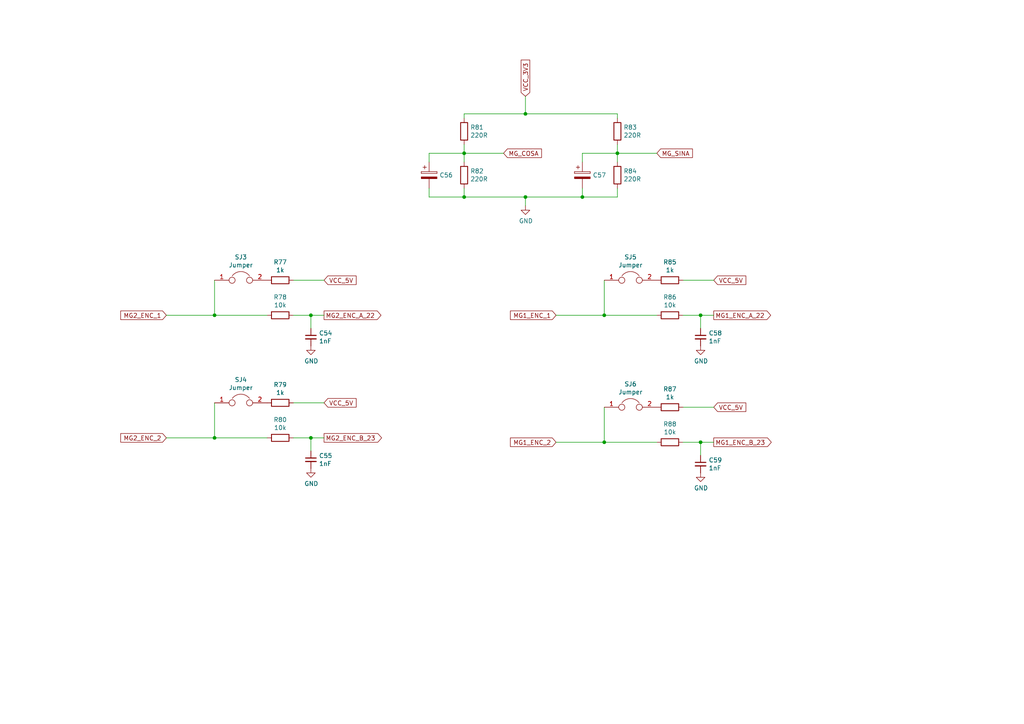
<source format=kicad_sch>
(kicad_sch (version 20211123) (generator eeschema)
  (paper "A4")
  (lib_symbols
    (symbol "auris-rescue:CP-Device" (pin_numbers hide) (pin_names (offset 0.254))
      (property "Reference" "C" (at 0.635 2.54 0))
      (property "Value" "CP-Device" (at 0.635 -2.54 0))
      (symbol "CP-Device_0_1"
        (rectangle (start -2.286 0.508) (end -2.286 1.016))
        (rectangle (start -2.286 0.508) (end 2.286 0.508))
        (polyline (pts (xy -1.778 2.286) (xy -0.762 2.286)))
        (polyline (pts (xy -1.27 2.794) (xy -1.27 1.778)))
        (rectangle (start 2.286 -0.508) (end -2.286 -1.016) (fill (type outline)))
        (rectangle (start 2.286 1.016) (end -2.286 1.016))
        (rectangle (start 2.286 1.016) (end 2.286 0.508))
      )
      (symbol "CP-Device_1_1"
        (pin passive line (at 0 3.81 270) (length 2.794) (name "~") (number "1"))
        (pin passive line (at 0 -3.81 90) (length 2.794) (name "~") (number "2"))
      )
    )
    (symbol "auris-rescue:C_Small-Device" (pin_numbers hide) (pin_names (offset 0.254) hide)
      (property "Reference" "C" (at 0.254 1.778 0))
      (property "Value" "C_Small-Device" (at 0.254 -2.032 0))
      (symbol "C_Small-Device_0_1"
        (polyline (pts (xy -1.524 -0.508) (xy 1.524 -0.508)) (stroke (width 0.3302)))
        (polyline (pts (xy -1.524 0.508) (xy 1.524 0.508)) (stroke (width 0.3048)))
      )
      (symbol "C_Small-Device_1_1"
        (pin passive line (at 0 2.54 270) (length 2.032) (name "~") (number "1"))
        (pin passive line (at 0 -2.54 90) (length 2.032) (name "~") (number "2"))
      )
    )
    (symbol "auris-rescue:GND-power" (power) (pin_names (offset 0))
      (property "Value" "GND-power" (at 0 -3.81 0))
      (symbol "GND-power_0_1"
        (polyline (pts (xy 0 0) (xy 0 -1.27) (xy 1.27 -1.27) (xy 0 -2.54) (xy -1.27 -1.27) (xy 0 -1.27)))
      )
      (symbol "GND-power_1_1"
        (pin power_in line (at 0 0 270) (length 0) hide (name "GND") (number "1"))
      )
    )
    (symbol "auris-rescue:Jumper-Device" (pin_names (offset 0.762) hide)
      (property "Reference" "JP" (at 0 3.81 0))
      (property "Value" "Jumper-Device" (at 0 -2.032 0))
      (symbol "Jumper-Device_0_1"
        (circle (center -2.54 0) (radius 0.889))
        (arc (start 2.5146 1.27) (mid 0.0078 2.5097) (end -2.4892 1.27))
        (circle (center 2.54 0) (radius 0.889))
        (pin passive line (at -7.62 0 0) (length 4.191) (name "1") (number "1"))
        (pin passive line (at 7.62 0 180) (length 4.191) (name "2") (number "2"))
      )
    )
    (symbol "auris-rescue:R-Device" (pin_numbers hide) (pin_names (offset 0))
      (property "Reference" "R" (at 2.032 0 90))
      (property "Value" "R-Device" (at 0 0 90))
      (symbol "R-Device_0_1"
        (rectangle (start -1.016 -2.54) (end 1.016 2.54) (stroke (width 0.254)))
      )
      (symbol "R-Device_1_1"
        (pin passive line (at 0 3.81 270) (length 1.27) (name "~") (number "1"))
        (pin passive line (at 0 -3.81 90) (length 1.27) (name "~") (number "2"))
      )
    )
  )
  (junction (at 203.2 128.27))
  (junction (at 175.26 91.44))
  (junction (at 168.91 57.15))
  (junction (at 90.17 127))
  (junction (at 62.23 127))
  (junction (at 152.4 57.15))
  (junction (at 62.23 91.44))
  (junction (at 203.2 91.44))
  (junction (at 134.62 44.45))
  (junction (at 152.4 33.02))
  (junction (at 179.07 44.45))
  (junction (at 90.17 91.44))
  (junction (at 134.62 57.15))
  (junction (at 175.26 128.27))
  (wire (pts (xy 62.23 116.84) (xy 62.23 127)))
  (wire (pts (xy 90.17 91.44) (xy 93.98 91.44)))
  (wire (pts (xy 85.09 127) (xy 90.17 127)))
  (wire (pts (xy 198.12 91.44) (xy 203.2 91.44)))
  (wire (pts (xy 77.47 91.44) (xy 62.23 91.44)))
  (wire (pts (xy 179.07 44.45) (xy 190.5 44.45)))
  (wire (pts (xy 134.62 57.15) (xy 124.46 57.15)))
  (wire (pts (xy 85.09 116.84) (xy 93.98 116.84)))
  (wire (pts (xy 198.12 128.27) (xy 203.2 128.27)))
  (wire (pts (xy 179.07 54.61) (xy 179.07 57.15)))
  (wire (pts (xy 124.46 57.15) (xy 124.46 54.61)))
  (wire (pts (xy 134.62 34.29) (xy 134.62 33.02)))
  (wire (pts (xy 134.62 33.02) (xy 152.4 33.02)))
  (wire (pts (xy 90.17 91.44) (xy 90.17 95.25)))
  (wire (pts (xy 152.4 57.15) (xy 152.4 59.69)))
  (wire (pts (xy 152.4 33.02) (xy 179.07 33.02)))
  (wire (pts (xy 168.91 44.45) (xy 168.91 46.99)))
  (wire (pts (xy 203.2 91.44) (xy 207.01 91.44)))
  (wire (pts (xy 203.2 91.44) (xy 203.2 95.25)))
  (wire (pts (xy 77.47 127) (xy 62.23 127)))
  (wire (pts (xy 134.62 57.15) (xy 152.4 57.15)))
  (wire (pts (xy 198.12 118.11) (xy 207.01 118.11)))
  (wire (pts (xy 168.91 54.61) (xy 168.91 57.15)))
  (wire (pts (xy 175.26 128.27) (xy 161.29 128.27)))
  (wire (pts (xy 134.62 54.61) (xy 134.62 57.15)))
  (wire (pts (xy 134.62 44.45) (xy 134.62 46.99)))
  (wire (pts (xy 90.17 127) (xy 90.17 130.81)))
  (wire (pts (xy 62.23 91.44) (xy 48.26 91.44)))
  (wire (pts (xy 62.23 127) (xy 48.26 127)))
  (wire (pts (xy 203.2 128.27) (xy 203.2 132.08)))
  (wire (pts (xy 152.4 57.15) (xy 168.91 57.15)))
  (wire (pts (xy 175.26 81.28) (xy 175.26 91.44)))
  (wire (pts (xy 85.09 91.44) (xy 90.17 91.44)))
  (wire (pts (xy 190.5 91.44) (xy 175.26 91.44)))
  (wire (pts (xy 179.07 44.45) (xy 168.91 44.45)))
  (wire (pts (xy 179.07 41.91) (xy 179.07 44.45)))
  (wire (pts (xy 134.62 41.91) (xy 134.62 44.45)))
  (wire (pts (xy 179.07 44.45) (xy 179.07 46.99)))
  (wire (pts (xy 190.5 128.27) (xy 175.26 128.27)))
  (wire (pts (xy 179.07 33.02) (xy 179.07 34.29)))
  (wire (pts (xy 62.23 81.28) (xy 62.23 91.44)))
  (wire (pts (xy 90.17 127) (xy 93.98 127)))
  (wire (pts (xy 179.07 57.15) (xy 168.91 57.15)))
  (wire (pts (xy 85.09 81.28) (xy 93.98 81.28)))
  (wire (pts (xy 134.62 44.45) (xy 124.46 44.45)))
  (wire (pts (xy 124.46 44.45) (xy 124.46 46.99)))
  (wire (pts (xy 175.26 118.11) (xy 175.26 128.27)))
  (wire (pts (xy 134.62 44.45) (xy 146.05 44.45)))
  (wire (pts (xy 175.26 91.44) (xy 161.29 91.44)))
  (wire (pts (xy 203.2 128.27) (xy 207.01 128.27)))
  (wire (pts (xy 198.12 81.28) (xy 207.01 81.28)))
  (wire (pts (xy 152.4 33.02) (xy 152.4 27.94)))
  (global_label "VCC_5V" (shape input) (at 93.98 116.84 0) (property "Обозначения листов" "${INTERSHEET_REFS}" (effects hide)))
  (global_label "MG2_ENC_A_22" (shape output) (at 93.98 91.44 0) (property "Обозначения листов" "${INTERSHEET_REFS}" (effects hide)))
  (global_label "MG1_ENC_A_22" (shape output) (at 207.01 91.44 0) (property "Обозначения листов" "${INTERSHEET_REFS}" (effects hide)))
  (global_label "MG_SINA" (shape input) (at 190.5 44.45 0) (property "Обозначения листов" "${INTERSHEET_REFS}" (effects hide)))
  (global_label "MG1_ENC_2" (shape input) (at 161.29 128.27 180) (property "Обозначения листов" "${INTERSHEET_REFS}" (effects hide)))
  (global_label "MG1_ENC_1" (shape input) (at 161.29 91.44 180) (property "Обозначения листов" "${INTERSHEET_REFS}" (effects hide)))
  (global_label "MG2_ENC_2" (shape input) (at 48.26 127 180) (property "Обозначения листов" "${INTERSHEET_REFS}" (effects hide)))
  (global_label "MG2_ENC_1" (shape input) (at 48.26 91.44 180) (property "Обозначения листов" "${INTERSHEET_REFS}" (effects hide)))
  (global_label "MG1_ENC_B_23" (shape output) (at 207.01 128.27 0) (property "Обозначения листов" "${INTERSHEET_REFS}" (effects hide)))
  (global_label "MG2_ENC_B_23" (shape output) (at 93.98 127 0) (property "Обозначения листов" "${INTERSHEET_REFS}" (effects hide)))
  (global_label "VCC_5V" (shape input) (at 207.01 81.28 0) (property "Обозначения листов" "${INTERSHEET_REFS}" (effects hide)))
  (global_label "VCC_5V" (shape input) (at 93.98 81.28 0) (property "Обозначения листов" "${INTERSHEET_REFS}" (effects hide)))
  (global_label "VCC_3V3" (shape input) (at 152.4 27.94 90) (property "Обозначения листов" "${INTERSHEET_REFS}" (effects hide)))
  (global_label "MG_COSA" (shape input) (at 146.05 44.45 0) (property "Обозначения листов" "${INTERSHEET_REFS}" (effects hide)))
  (global_label "VCC_5V" (shape input) (at 207.01 118.11 0) (property "Обозначения листов" "${INTERSHEET_REFS}" (effects hide)))
  (symbol (lib_id "auris-rescue:R-Device") (at 134.62 38.1 0) (unit 1)
    (property "Reference" "R81" (at 136.398 36.9316 0) (effects (justify left)))
    (property "Value" "220R" (at 136.398 39.243 0) (effects (justify left)))
    (property "Footprint" "Resistor_SMD:R_0805_2012Metric" (effects hide))
  )
  (symbol (lib_id "auris-rescue:R-Device") (at 134.62 50.8 180) (unit 1)
    (property "Reference" "R82" (at 136.398 49.6316 0) (effects (justify right)))
    (property "Value" "220R" (at 136.398 51.943 0) (effects (justify right)))
    (property "Footprint" "Resistor_SMD:R_0805_2012Metric" (effects hide))
  )
  (symbol (lib_id "auris-rescue:R-Device") (at 179.07 38.1 0) (unit 1)
    (property "Reference" "R83" (at 180.848 36.9316 0) (effects (justify left)))
    (property "Value" "220R" (at 180.848 39.243 0) (effects (justify left)))
    (property "Footprint" "Resistor_SMD:R_0805_2012Metric" (effects hide))
  )
  (symbol (lib_id "auris-rescue:R-Device") (at 179.07 50.8 0) (unit 1)
    (property "Reference" "R84" (at 180.848 49.6316 0) (effects (justify left)))
    (property "Value" "220R" (at 180.848 51.943 0) (effects (justify left)))
    (property "Footprint" "Resistor_SMD:R_0805_2012Metric" (effects hide))
  )
  (symbol (lib_id "auris-rescue:R-Device") (at 81.28 91.44 270) (unit 1)
    (property "Reference" "R78" (at 81.28 86.1822 90))
    (property "Value" "10k" (at 81.28 88.4936 90))
    (property "Footprint" "Resistor_SMD:R_0805_2012Metric" (effects hide))
  )
  (symbol (lib_id "auris-rescue:R-Device") (at 81.28 81.28 270) (unit 1)
    (property "Reference" "R77" (at 81.28 76.0222 90))
    (property "Value" "1k" (at 81.28 78.3336 90))
    (property "Footprint" "Resistor_SMD:R_0805_2012Metric" (effects hide))
  )
  (symbol (lib_id "auris-rescue:CP-Device") (at 168.91 50.8 0) (unit 1)
    (property "Reference" "C57" (at 171.9072 50.8 0) (effects (justify left)))
    (property "Value" "100uF  6.3V" (effects hide))
    (property "Footprint" "Capacitor_Tantalum_SMD:CP_EIA-3528-12_Kemet-T" (effects hide))
  )
  (symbol (lib_id "auris-rescue:CP-Device") (at 124.46 50.8 0) (unit 1)
    (property "Reference" "C56" (at 127.4572 50.8 0) (effects (justify left)))
    (property "Value" "100uF  6.3V" (effects hide))
    (property "Footprint" "Capacitor_Tantalum_SMD:CP_EIA-3528-12_Kemet-T" (effects hide))
  )
  (symbol (lib_id "auris-rescue:C_Small-Device") (at 90.17 97.79 0) (unit 1)
    (property "Reference" "C54" (at 92.5068 96.6216 0) (effects (justify left)))
    (property "Value" "1nF" (at 92.5068 98.933 0) (effects (justify left)))
    (property "Footprint" "Capacitor_SMD:C_0805_2012Metric" (effects hide))
  )
  (symbol (lib_id "auris-rescue:Jumper-Device") (at 69.85 81.28 0) (unit 1)
    (property "Reference" "SJ3" (at 69.85 74.5744 0))
    (property "Value" "Jumper" (at 69.85 76.8858 0))
    (property "Footprint" "Jumper:SolderJumper-2_P1.3mm_Open_RoundedPad1.0x1.5mm" (effects hide))
  )
  (symbol (lib_id "auris-rescue:GND-power") (at 152.4 59.69 0) (unit 1)
    (property "Reference" "#PWR0178" (effects hide))
    (property "Value" "GND" (at 152.527 64.0842 0))
  )
  (symbol (lib_id "auris-rescue:GND-power") (at 90.17 100.33 0) (unit 1)
    (property "Reference" "#PWR0179" (effects hide))
    (property "Value" "GND" (at 90.297 104.7242 0))
  )
  (symbol (lib_id "auris-rescue:R-Device") (at 194.31 91.44 270) (unit 1)
    (property "Reference" "R86" (at 194.31 86.1822 90))
    (property "Value" "10k" (at 194.31 88.4936 90))
    (property "Footprint" "Resistor_SMD:R_0805_2012Metric" (effects hide))
  )
  (symbol (lib_id "auris-rescue:R-Device") (at 194.31 81.28 270) (unit 1)
    (property "Reference" "R85" (at 194.31 76.0222 90))
    (property "Value" "1k" (at 194.31 78.3336 90))
    (property "Footprint" "Resistor_SMD:R_0805_2012Metric" (effects hide))
  )
  (symbol (lib_id "auris-rescue:C_Small-Device") (at 203.2 97.79 0) (unit 1)
    (property "Reference" "C58" (at 205.5368 96.6216 0) (effects (justify left)))
    (property "Value" "1nF" (at 205.5368 98.933 0) (effects (justify left)))
    (property "Footprint" "Capacitor_SMD:C_0805_2012Metric" (effects hide))
  )
  (symbol (lib_id "auris-rescue:Jumper-Device") (at 182.88 81.28 0) (unit 1)
    (property "Reference" "SJ5" (at 182.88 74.5744 0))
    (property "Value" "Jumper" (at 182.88 76.8858 0))
    (property "Footprint" "Jumper:SolderJumper-2_P1.3mm_Open_RoundedPad1.0x1.5mm" (effects hide))
  )
  (symbol (lib_id "auris-rescue:GND-power") (at 203.2 100.33 0) (unit 1)
    (property "Reference" "#PWR0180" (effects hide))
    (property "Value" "GND" (at 203.327 104.7242 0))
  )
  (symbol (lib_id "auris-rescue:R-Device") (at 194.31 128.27 270) (unit 1)
    (property "Reference" "R88" (at 194.31 123.0122 90))
    (property "Value" "10k" (at 194.31 125.3236 90))
    (property "Footprint" "Resistor_SMD:R_0805_2012Metric" (effects hide))
  )
  (symbol (lib_id "auris-rescue:R-Device") (at 194.31 118.11 270) (unit 1)
    (property "Reference" "R87" (at 194.31 112.8522 90))
    (property "Value" "1k" (at 194.31 115.1636 90))
    (property "Footprint" "Resistor_SMD:R_0805_2012Metric" (effects hide))
  )
  (symbol (lib_id "auris-rescue:C_Small-Device") (at 203.2 134.62 0) (unit 1)
    (property "Reference" "C59" (at 205.5368 133.4516 0) (effects (justify left)))
    (property "Value" "1nF" (at 205.5368 135.763 0) (effects (justify left)))
    (property "Footprint" "Capacitor_SMD:C_0805_2012Metric" (effects hide))
  )
  (symbol (lib_id "auris-rescue:Jumper-Device") (at 182.88 118.11 0) (unit 1)
    (property "Reference" "SJ6" (at 182.88 111.4044 0))
    (property "Value" "Jumper" (at 182.88 113.7158 0))
    (property "Footprint" "Jumper:SolderJumper-2_P1.3mm_Open_RoundedPad1.0x1.5mm" (effects hide))
  )
  (symbol (lib_id "auris-rescue:GND-power") (at 203.2 137.16 0) (unit 1)
    (property "Reference" "#PWR0181" (effects hide))
    (property "Value" "GND" (at 203.327 141.5542 0))
  )
  (symbol (lib_id "auris-rescue:R-Device") (at 81.28 127 270) (unit 1)
    (property "Reference" "R80" (at 81.28 121.7422 90))
    (property "Value" "10k" (at 81.28 124.0536 90))
    (property "Footprint" "Resistor_SMD:R_0805_2012Metric" (effects hide))
  )
  (symbol (lib_id "auris-rescue:R-Device") (at 81.28 116.84 270) (unit 1)
    (property "Reference" "R79" (at 81.28 111.5822 90))
    (property "Value" "1k" (at 81.28 113.8936 90))
    (property "Footprint" "Resistor_SMD:R_0805_2012Metric" (effects hide))
  )
  (symbol (lib_id "auris-rescue:C_Small-Device") (at 90.17 133.35 0) (unit 1)
    (property "Reference" "C55" (at 92.5068 132.1816 0) (effects (justify left)))
    (property "Value" "1nF" (at 92.5068 134.493 0) (effects (justify left)))
    (property "Footprint" "Capacitor_SMD:C_0805_2012Metric" (effects hide))
  )
  (symbol (lib_id "auris-rescue:Jumper-Device") (at 69.85 116.84 0) (unit 1)
    (property "Reference" "SJ4" (at 69.85 110.1344 0))
    (property "Value" "Jumper" (at 69.85 112.4458 0))
    (property "Footprint" "Jumper:SolderJumper-2_P1.3mm_Open_RoundedPad1.0x1.5mm" (effects hide))
  )
  (symbol (lib_id "auris-rescue:GND-power") (at 90.17 135.89 0) (unit 1)
    (property "Reference" "#PWR0182" (effects hide))
    (property "Value" "GND" (at 90.297 140.2842 0))
  )
)
</source>
